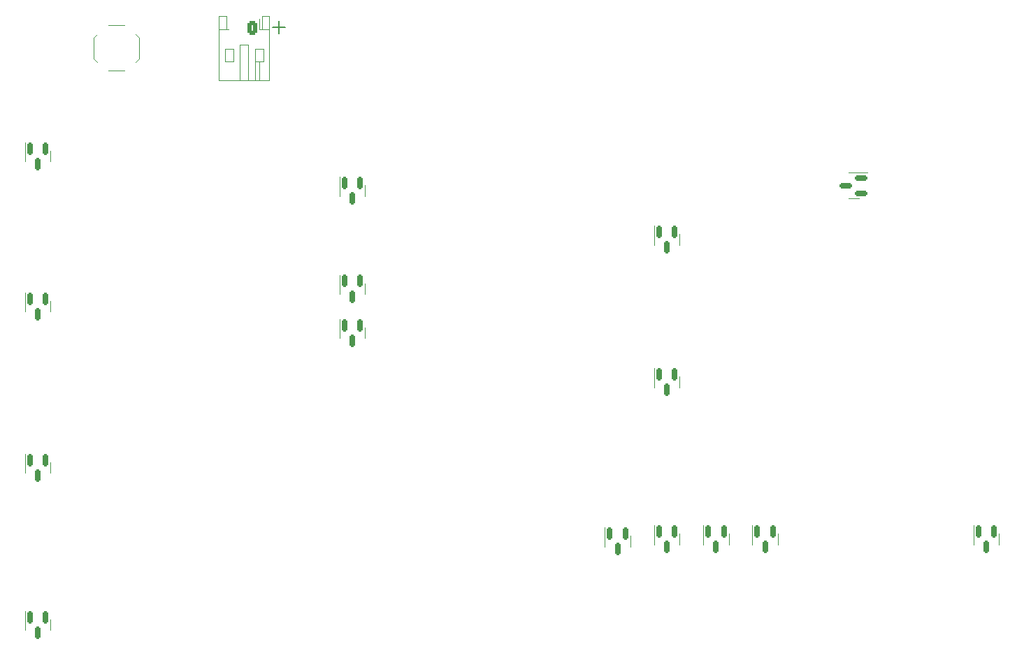
<source format=gbo>
G04 #@! TF.GenerationSoftware,KiCad,Pcbnew,7.0.2*
G04 #@! TF.CreationDate,2023-05-17T12:31:54+02:00*
G04 #@! TF.ProjectId,mykeeb_v7a2_left,6d796b65-6562-45f7-9637-61325f6c6566,rev?*
G04 #@! TF.SameCoordinates,Original*
G04 #@! TF.FileFunction,Legend,Bot*
G04 #@! TF.FilePolarity,Positive*
%FSLAX46Y46*%
G04 Gerber Fmt 4.6, Leading zero omitted, Abs format (unit mm)*
G04 Created by KiCad (PCBNEW 7.0.2) date 2023-05-17 12:31:54*
%MOMM*%
%LPD*%
G01*
G04 APERTURE LIST*
G04 Aperture macros list*
%AMRoundRect*
0 Rectangle with rounded corners*
0 $1 Rounding radius*
0 $2 $3 $4 $5 $6 $7 $8 $9 X,Y pos of 4 corners*
0 Add a 4 corners polygon primitive as box body*
4,1,4,$2,$3,$4,$5,$6,$7,$8,$9,$2,$3,0*
0 Add four circle primitives for the rounded corners*
1,1,$1+$1,$2,$3*
1,1,$1+$1,$4,$5*
1,1,$1+$1,$6,$7*
1,1,$1+$1,$8,$9*
0 Add four rect primitives between the rounded corners*
20,1,$1+$1,$2,$3,$4,$5,0*
20,1,$1+$1,$4,$5,$6,$7,0*
20,1,$1+$1,$6,$7,$8,$9,0*
20,1,$1+$1,$8,$9,$2,$3,0*%
%AMRotRect*
0 Rectangle, with rotation*
0 The origin of the aperture is its center*
0 $1 length*
0 $2 width*
0 $3 Rotation angle, in degrees counterclockwise*
0 Add horizontal line*
21,1,$1,$2,0,0,$3*%
G04 Aperture macros list end*
%ADD10C,0.150000*%
%ADD11C,0.120000*%
%ADD12O,2.750000X1.800000*%
%ADD13C,1.397000*%
%ADD14R,2.550000X2.500000*%
%ADD15C,1.750000*%
%ADD16C,3.987800*%
%ADD17R,2.500000X2.550000*%
%ADD18RotRect,2.550000X2.500000X30.000000*%
%ADD19RotRect,2.550000X2.500000X143.000000*%
%ADD20RotRect,2.550000X2.500000X330.000000*%
%ADD21RotRect,2.550000X2.500000X300.000000*%
%ADD22RotRect,2.550000X2.500000X275.000000*%
%ADD23C,2.000000*%
%ADD24RotRect,2.550000X2.500000X315.000000*%
%ADD25RoundRect,0.150000X-0.150000X0.587500X-0.150000X-0.587500X0.150000X-0.587500X0.150000X0.587500X0*%
%ADD26R,1.100000X0.600000*%
%ADD27R,1.000000X0.600000*%
%ADD28C,0.700000*%
%ADD29R,0.600000X1.000000*%
%ADD30R,1.000000X1.700000*%
%ADD31RoundRect,0.250000X0.350000X0.625000X-0.350000X0.625000X-0.350000X-0.625000X0.350000X-0.625000X0*%
%ADD32O,1.200000X1.750000*%
%ADD33RoundRect,0.150000X0.587500X0.150000X-0.587500X0.150000X-0.587500X-0.150000X0.587500X-0.150000X0*%
G04 APERTURE END LIST*
D10*
X95130957Y-156978672D02*
X96654767Y-156978672D01*
X95892862Y-156216767D02*
X95892862Y-157740577D01*
D11*
X106335088Y-188714221D02*
X106335088Y-188064221D01*
X106335088Y-188714221D02*
X106335088Y-189364221D01*
X103215088Y-188714221D02*
X103215088Y-187039221D01*
X103215088Y-188714221D02*
X103215088Y-189364221D01*
X68235056Y-210398615D02*
X68235056Y-209748615D01*
X68235056Y-210398615D02*
X68235056Y-211048615D01*
X65115056Y-210398615D02*
X65115056Y-208723615D01*
X65115056Y-210398615D02*
X65115056Y-211048615D01*
X183130425Y-219075184D02*
X183130425Y-218425184D01*
X183130425Y-219075184D02*
X183130425Y-219725184D01*
X180010425Y-219075184D02*
X180010425Y-217400184D01*
X180010425Y-219075184D02*
X180010425Y-219725184D01*
X106335088Y-194072038D02*
X106335088Y-193422038D01*
X106335088Y-194072038D02*
X106335088Y-194722038D01*
X103215088Y-194072038D02*
X103215088Y-192397038D01*
X103215088Y-194072038D02*
X103215088Y-194722038D01*
X75200064Y-156793884D02*
X77200064Y-156793884D01*
X78500064Y-157843884D02*
X78950064Y-158293884D01*
X73900064Y-157843884D02*
X73450064Y-158293884D01*
X78950064Y-158293884D02*
X78950064Y-160793884D01*
X73450064Y-158293884D02*
X73450064Y-160793884D01*
X78500064Y-161243884D02*
X78950064Y-160793884D01*
X73900064Y-161243884D02*
X73450064Y-160793884D01*
X75200064Y-162293884D02*
X77200064Y-162293884D01*
X138481950Y-219328310D02*
X138481950Y-218678310D01*
X138481950Y-219328310D02*
X138481950Y-219978310D01*
X135361950Y-219328310D02*
X135361950Y-217653310D01*
X135361950Y-219328310D02*
X135361950Y-219978310D01*
X68235056Y-229448631D02*
X68235056Y-228798631D01*
X68235056Y-229448631D02*
X68235056Y-230098631D01*
X65115056Y-229448631D02*
X65115056Y-227773631D01*
X65115056Y-229448631D02*
X65115056Y-230098631D01*
X156341340Y-219075184D02*
X156341340Y-218425184D01*
X156341340Y-219075184D02*
X156341340Y-219725184D01*
X153221340Y-219075184D02*
X153221340Y-217400184D01*
X153221340Y-219075184D02*
X153221340Y-219725184D01*
X68235056Y-172640770D02*
X68235056Y-171990770D01*
X68235056Y-172640770D02*
X68235056Y-173290770D01*
X65115056Y-172640770D02*
X65115056Y-170965770D01*
X65115056Y-172640770D02*
X65115056Y-173290770D01*
X94738202Y-163453884D02*
X88618202Y-163453884D01*
X94738202Y-157233884D02*
X93818202Y-157233884D01*
X94738202Y-155633884D02*
X94738202Y-163453884D01*
X93978202Y-161193884D02*
X92978202Y-161193884D01*
X93978202Y-159593884D02*
X93978202Y-161193884D01*
X93818202Y-157233884D02*
X93818202Y-155633884D01*
X93818202Y-155633884D02*
X94738202Y-155633884D01*
X93538202Y-157233884D02*
X93818202Y-157233884D01*
X93538202Y-157233884D02*
X93538202Y-156018884D01*
X93478202Y-161193884D02*
X93478202Y-163453884D01*
X92978202Y-161193884D02*
X92978202Y-163453884D01*
X92978202Y-161193884D02*
X92978202Y-159593884D01*
X92978202Y-159593884D02*
X93978202Y-159593884D01*
X92178202Y-163453884D02*
X92178202Y-159093884D01*
X92178202Y-159093884D02*
X91178202Y-159093884D01*
X91178202Y-159093884D02*
X91178202Y-163453884D01*
X90378202Y-161193884D02*
X90378202Y-159593884D01*
X90378202Y-159593884D02*
X89378202Y-159593884D01*
X89538202Y-157233884D02*
X89818202Y-157233884D01*
X89538202Y-155633884D02*
X89538202Y-157233884D01*
X89378202Y-161193884D02*
X90378202Y-161193884D01*
X89378202Y-159593884D02*
X89378202Y-161193884D01*
X88618202Y-163453884D02*
X88618202Y-155633884D01*
X88618202Y-157233884D02*
X89538202Y-157233884D01*
X88618202Y-155633884D02*
X89538202Y-155633884D01*
X150388210Y-219075184D02*
X150388210Y-218425184D01*
X150388210Y-219075184D02*
X150388210Y-219725184D01*
X147268210Y-219075184D02*
X147268210Y-217400184D01*
X147268210Y-219075184D02*
X147268210Y-219725184D01*
X144435080Y-219075184D02*
X144435080Y-218425184D01*
X144435080Y-219075184D02*
X144435080Y-219725184D01*
X141315080Y-219075184D02*
X141315080Y-217400184D01*
X141315080Y-219075184D02*
X141315080Y-219725184D01*
X144435120Y-182761091D02*
X144435120Y-182111091D01*
X144435120Y-182761091D02*
X144435120Y-183411091D01*
X141315120Y-182761091D02*
X141315120Y-181086091D01*
X141315120Y-182761091D02*
X141315120Y-183411091D01*
X165497056Y-177772720D02*
X166147056Y-177772720D01*
X165497056Y-177772720D02*
X164847056Y-177772720D01*
X165497056Y-174652720D02*
X167172056Y-174652720D01*
X165497056Y-174652720D02*
X164847056Y-174652720D01*
X144435080Y-200025168D02*
X144435080Y-199375168D01*
X144435080Y-200025168D02*
X144435080Y-200675168D01*
X141315080Y-200025168D02*
X141315080Y-198350168D01*
X141315080Y-200025168D02*
X141315080Y-200675168D01*
X106335048Y-176807961D02*
X106335048Y-176157961D01*
X106335048Y-176807961D02*
X106335048Y-177457961D01*
X103215048Y-176807961D02*
X103215048Y-175132961D01*
X103215048Y-176807961D02*
X103215048Y-177457961D01*
X68235056Y-190842347D02*
X68235056Y-190192347D01*
X68235056Y-190842347D02*
X68235056Y-191492347D01*
X65115056Y-190842347D02*
X65115056Y-189167347D01*
X65115056Y-190842347D02*
X65115056Y-191492347D01*
%LPC*%
D12*
X68105064Y-152400120D03*
X68105064Y-154940120D03*
X68105064Y-157480120D03*
X68105064Y-160020120D03*
X68105064Y-162560120D03*
X68105064Y-165100120D03*
X68105064Y-167640120D03*
X84295064Y-167640120D03*
X84295064Y-165100120D03*
X84295064Y-162560120D03*
X84295064Y-160020120D03*
X84295064Y-157480120D03*
X84295064Y-154940120D03*
X84295064Y-152400120D03*
D13*
X74930064Y-151448120D03*
X77470064Y-151448120D03*
X74930064Y-153988120D03*
X77470064Y-153988120D03*
X71755064Y-159703120D03*
X71755064Y-157798120D03*
D14*
X107215096Y-199866404D03*
D15*
X109220096Y-202406404D03*
D16*
X114300096Y-202406404D03*
D15*
X119380096Y-202406404D03*
D14*
X120115096Y-197326404D03*
X107215096Y-180816404D03*
D15*
X109220096Y-183356404D03*
D16*
X114300096Y-183356404D03*
D15*
X119380096Y-183356404D03*
D14*
X120115096Y-178276404D03*
D17*
X168910096Y-171391404D03*
D15*
X171450096Y-169386404D03*
D16*
X171450096Y-164306404D03*
D15*
X171450096Y-159226404D03*
D17*
X166370096Y-158491404D03*
D14*
X83285096Y-184705804D03*
D15*
X81280096Y-182165804D03*
D16*
X76200096Y-182165804D03*
D15*
X71120096Y-182165804D03*
D14*
X70385096Y-187245804D03*
X159485096Y-176371404D03*
D15*
X157480096Y-173831404D03*
D16*
X152400096Y-173831404D03*
D15*
X147320096Y-173831404D03*
D14*
X146585096Y-178911404D03*
X126265096Y-187960204D03*
D15*
X128270096Y-190500204D03*
D16*
X133350096Y-190500204D03*
D15*
X138430096Y-190500204D03*
D14*
X139165096Y-185420204D03*
D17*
X168910096Y-195203904D03*
D15*
X171450096Y-193198904D03*
D16*
X171450096Y-188118904D03*
D15*
X171450096Y-183038904D03*
D17*
X166370096Y-182303904D03*
X59690096Y-156030804D03*
D15*
X57150096Y-158035804D03*
D16*
X57150096Y-163115804D03*
D15*
X57150096Y-168195804D03*
D17*
X62230096Y-168930804D03*
X168910196Y-219016504D03*
D15*
X171450196Y-217011504D03*
D16*
X171450196Y-211931504D03*
D15*
X171450196Y-206851504D03*
D17*
X166370196Y-206116504D03*
D14*
X69115096Y-198675804D03*
D15*
X71120096Y-201215804D03*
D16*
X76200096Y-201215804D03*
D15*
X81280096Y-201215804D03*
D14*
X82015096Y-196135804D03*
D17*
X59690096Y-215562004D03*
D15*
X57150096Y-217567004D03*
D16*
X57150096Y-222647004D03*
D15*
X57150096Y-227727004D03*
D17*
X62230096Y-228462004D03*
D14*
X126265096Y-207010204D03*
D15*
X128270096Y-209550204D03*
D16*
X133350096Y-209550204D03*
D15*
X138430096Y-209550204D03*
D14*
X139165096Y-204470204D03*
X59590096Y-239157104D03*
D15*
X61595096Y-241697104D03*
D16*
X66675096Y-241697104D03*
D15*
X71755096Y-241697104D03*
D14*
X72490096Y-236617104D03*
X121385096Y-166846404D03*
D15*
X119380096Y-164306404D03*
D16*
X114300096Y-164306404D03*
D15*
X109220096Y-164306404D03*
D14*
X108485096Y-169386404D03*
X132218296Y-228441504D03*
D15*
X134223296Y-230981504D03*
D16*
X139303296Y-230981504D03*
D15*
X144383296Y-230981504D03*
D14*
X145118296Y-225901504D03*
X145315096Y-209391404D03*
D15*
X147320096Y-211931404D03*
D16*
X152400096Y-211931404D03*
D15*
X157480096Y-211931404D03*
D14*
X158215096Y-206851404D03*
D18*
X106894406Y-238348499D03*
D15*
X109900787Y-239545704D03*
D16*
X114300196Y-237005704D03*
D15*
X118699605Y-234465704D03*
D18*
X116796134Y-229698795D03*
D19*
X197317118Y-237956498D03*
D15*
X197244464Y-234721324D03*
D16*
X193187396Y-231664104D03*
D15*
X189130328Y-228606884D03*
D19*
X185486110Y-232221618D03*
D20*
X159940406Y-231221299D03*
D15*
X160406787Y-234423504D03*
D16*
X164806196Y-236963504D03*
D15*
X169205605Y-239503504D03*
D20*
X172382134Y-235471595D03*
D21*
X194515301Y-259889814D03*
D15*
X193318096Y-262896195D03*
D16*
X195858096Y-267295604D03*
D15*
X198398096Y-271695013D03*
D21*
X203165005Y-269791542D03*
D14*
X88165096Y-205819504D03*
D15*
X90170096Y-208359504D03*
D16*
X95250096Y-208359504D03*
D15*
X100330096Y-208359504D03*
D14*
X101065096Y-203279504D03*
X102335096Y-172799504D03*
D15*
X100330096Y-170259504D03*
D16*
X95250096Y-170259504D03*
D15*
X90170096Y-170259504D03*
D14*
X89435096Y-175339504D03*
X88165096Y-186769504D03*
D15*
X90170096Y-189309504D03*
D16*
X95250096Y-189309504D03*
D15*
X100330096Y-189309504D03*
D14*
X101065096Y-184229504D03*
X140435096Y-173990204D03*
D15*
X138430096Y-171450204D03*
D16*
X133350096Y-171450204D03*
D15*
X128270096Y-171450204D03*
D14*
X127535096Y-176530204D03*
D22*
X57936832Y-195188889D03*
D15*
X55581245Y-197407635D03*
D16*
X56023996Y-202468304D03*
D15*
X56466747Y-207528973D03*
D22*
X61591476Y-207818425D03*
D14*
X145315096Y-190341404D03*
D15*
X147320096Y-192881404D03*
D16*
X152400096Y-192881404D03*
D15*
X157480096Y-192881404D03*
D14*
X158215096Y-187801404D03*
X69115096Y-217725804D03*
D15*
X71120096Y-220265804D03*
D16*
X76200096Y-220265804D03*
D15*
X81280096Y-220265804D03*
D14*
X82015096Y-215185804D03*
D23*
X64889117Y-151804815D03*
X58389117Y-151804815D03*
D22*
X57936832Y-176006089D03*
D15*
X55581245Y-178224835D03*
D16*
X56023996Y-183285504D03*
D15*
X56466747Y-188346173D03*
D22*
X61591476Y-188635625D03*
D24*
X178951996Y-243225501D03*
D15*
X178573694Y-246439302D03*
D16*
X182165796Y-250031404D03*
D15*
X185757898Y-253623506D03*
D24*
X189869724Y-250551127D03*
D25*
X103825088Y-187776721D03*
X105725088Y-187776721D03*
X104775088Y-189651721D03*
X65725056Y-209461115D03*
X67625056Y-209461115D03*
X66675056Y-211336115D03*
X180620425Y-218137684D03*
X182520425Y-218137684D03*
X181570425Y-220012684D03*
X103825088Y-193134538D03*
X105725088Y-193134538D03*
X104775088Y-195009538D03*
D26*
X95253202Y-150225876D03*
D27*
X88053202Y-150225876D03*
D28*
X93103202Y-151368876D03*
X90203202Y-151368876D03*
D27*
X95253202Y-152511876D03*
D26*
X88053202Y-152511876D03*
D29*
X89453202Y-153218876D03*
X92353202Y-153218876D03*
X93853202Y-153218876D03*
D30*
X74300064Y-156393884D03*
X74300064Y-162693884D03*
X78100064Y-156393884D03*
X78100064Y-162693884D03*
D25*
X135971950Y-218390810D03*
X137871950Y-218390810D03*
X136921950Y-220265810D03*
X65725056Y-228511131D03*
X67625056Y-228511131D03*
X66675056Y-230386131D03*
X153831340Y-218137684D03*
X155731340Y-218137684D03*
X154781340Y-220012684D03*
X65725056Y-171703270D03*
X67625056Y-171703270D03*
X66675056Y-173578270D03*
D31*
X92678202Y-157093884D03*
D32*
X90678202Y-157093884D03*
D25*
X147878210Y-218137684D03*
X149778210Y-218137684D03*
X148828210Y-220012684D03*
X141925080Y-218137684D03*
X143825080Y-218137684D03*
X142875080Y-220012684D03*
X141925120Y-181823591D03*
X143825120Y-181823591D03*
X142875120Y-183698591D03*
D33*
X166434556Y-175262720D03*
X166434556Y-177162720D03*
X164559556Y-176212720D03*
D25*
X141925080Y-199087668D03*
X143825080Y-199087668D03*
X142875080Y-200962668D03*
X103825048Y-175870461D03*
X105725048Y-175870461D03*
X104775048Y-177745461D03*
X65725056Y-189904847D03*
X67625056Y-189904847D03*
X66675056Y-191779847D03*
%LPD*%
M02*

</source>
